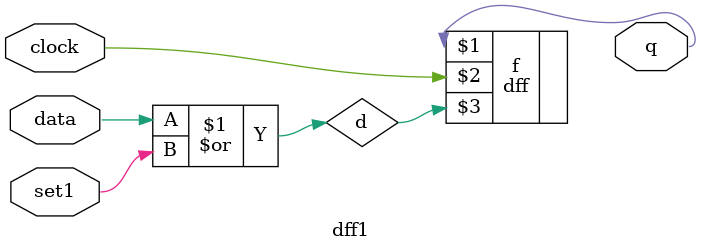
<source format=v>

module rc_count (input clk, clear_l, cin, output value, cout);

  wire d, ns;

  xor g1 (ns, value, cin);
  and g2 (d, ns, clear_l);
  and g3 (cout, cin, value);

  dff s (value, clk, d);

endmodule

// 9 bit counter
module counter512 (
output [8:0] value,
output cout, 
input clk, clear_l, inc);

  wire [7:0] co;

  rc_count c0 (clk, clear_l, inc, value[0], co[0]);
  rc_count c1 (clk, clear_l, co[0], value[1], co[1]);
  rc_count c2 (clk, clear_l, co[1], value[2], co[2]);
  rc_count c3 (clk, clear_l, co[2], value[3], co[3]);
  rc_count c4 (clk, clear_l, co[3], value[4], co[4]);
  rc_count c5 (clk, clear_l, co[4], value[5], co[5]);
  rc_count c6 (clk, clear_l, co[5], value[6], co[6]);
  rc_count c7 (clk, clear_l, co[6], value[7], co[7]);
  rc_count c8 (clk, clear_l, co[7], value[8], cout);

endmodule
/*
module fsm_bist_behavioral (



);


endmodule
*/


module fsm_bist_1h (
output shift,
output load,
output run,
output init,
output done,
input clk, bist_en, done_shifting, no_more_tests
);

  
  dff d0 (shift, clk, shift_ns);
  dff d1 (load, clk, load_ns);
  dff d2 (run, clk, run_ns);
  dff d3 (init, clk, init_ns);
 
  // assign init_ns = ~bist_en | done
  // assign load_ns = bist_en & ((init | (shift & done_shifting & ~no_more_tests))
  // assign run_ns = bist_en & load;
  // assign shift_ns = bist_en & (run | (shift & ~done_shifting));
  // assign done = bist_en & shift & no_more_tests & done_shifting;


 
endmodule


`default_nettype none
module lfsr247 (
input clk, next, init,
output [246:0] value);

  // init stuff
  wire s0_l;// set to zero, asserted low
  not g0 (s0_l, init);

  // tap stuff
  wire tapping165;
  xor g1 (tapping165, value[0], value[165]);

  // dff stuff

  dff0 d000 (value[  0], clk, value[  1], s0_l);
  dff0 d001 (value[  1], clk, value[  2], s0_l);
  dff0 d002 (value[  2], clk, value[  3], s0_l);
  dff0 d003 (value[  3], clk, value[  4], s0_l);
  dff0 d004 (value[  4], clk, value[  5], s0_l);
  dff0 d005 (value[  5], clk, value[  6], s0_l);
  dff0 d006 (value[  6], clk, value[  7], s0_l);
  dff0 d007 (value[  7], clk, value[  8], s0_l);
  dff0 d008 (value[  8], clk, value[  9], s0_l);
  dff0 d009 (value[  9], clk, value[ 10], s0_l);
  
  dff0 d010 (value[ 10], clk, value[ 11], s0_l);
  dff0 d011 (value[ 11], clk, value[ 12], s0_l);
  dff0 d012 (value[ 12], clk, value[ 13], s0_l);
  dff0 d013 (value[ 13], clk, value[ 14], s0_l);
  dff0 d014 (value[ 14], clk, value[ 15], s0_l);
  dff0 d015 (value[ 15], clk, value[ 16], s0_l);
  dff0 d016 (value[ 16], clk, value[ 17], s0_l);
  dff0 d017 (value[ 17], clk, value[ 18], s0_l);
  dff0 d018 (value[ 18], clk, value[ 19], s0_l);
  dff0 d019 (value[ 19], clk, value[ 20], s0_l);
  
  dff0 d020 (value[ 20], clk, value[ 21], s0_l);
  dff0 d021 (value[ 21], clk, value[ 22], s0_l);
  dff0 d022 (value[ 22], clk, value[ 23], s0_l);
  dff0 d023 (value[ 23], clk, value[ 24], s0_l);
  dff0 d024 (value[ 24], clk, value[ 25], s0_l);
  dff0 d025 (value[ 25], clk, value[ 26], s0_l);
  dff0 d026 (value[ 26], clk, value[ 27], s0_l);
  dff0 d027 (value[ 27], clk, value[ 28], s0_l);
  dff0 d028 (value[ 28], clk, value[ 29], s0_l);
  dff0 d029 (value[ 29], clk, value[ 30], s0_l);
  
  dff0 d030 (value[ 30], clk, value[ 31], s0_l);
  dff0 d031 (value[ 31], clk, value[ 32], s0_l);
  dff0 d032 (value[ 32], clk, value[ 33], s0_l);
  dff0 d033 (value[ 33], clk, value[ 34], s0_l);
  dff0 d034 (value[ 34], clk, value[ 35], s0_l);
  dff0 d035 (value[ 35], clk, value[ 36], s0_l);
  dff0 d036 (value[ 36], clk, value[ 37], s0_l);
  dff0 d037 (value[ 37], clk, value[ 38], s0_l);
  dff0 d038 (value[ 38], clk, value[ 39], s0_l);
  dff0 d039 (value[ 39], clk, value[ 40], s0_l);
  
  dff0 d040 (value[ 40], clk, value[ 41], s0_l);
  dff0 d041 (value[ 41], clk, value[ 42], s0_l);
  dff0 d042 (value[ 42], clk, value[ 43], s0_l);
  dff0 d043 (value[ 43], clk, value[ 44], s0_l);
  dff0 d044 (value[ 44], clk, value[ 45], s0_l);
  dff0 d045 (value[ 45], clk, value[ 46], s0_l);
  dff0 d046 (value[ 46], clk, value[ 47], s0_l);
  dff0 d047 (value[ 47], clk, value[ 48], s0_l);
  dff0 d048 (value[ 48], clk, value[ 49], s0_l);
  dff0 d049 (value[ 49], clk, value[ 50], s0_l);
  
  dff0 d050 (value[ 50], clk, value[ 51], s0_l);
  dff0 d051 (value[ 51], clk, value[ 52], s0_l);
  dff0 d052 (value[ 52], clk, value[ 53], s0_l);
  dff0 d053 (value[ 53], clk, value[ 54], s0_l);
  dff0 d054 (value[ 54], clk, value[ 55], s0_l);
  dff0 d055 (value[ 55], clk, value[ 56], s0_l);
  dff0 d056 (value[ 56], clk, value[ 57], s0_l);
  dff0 d057 (value[ 57], clk, value[ 58], s0_l);
  dff0 d058 (value[ 58], clk, value[ 59], s0_l);
  dff0 d059 (value[ 59], clk, value[ 60], s0_l);
  
  dff0 d060 (value[ 60], clk, value[ 61], s0_l);
  dff0 d061 (value[ 61], clk, value[ 62], s0_l);
  dff0 d062 (value[ 62], clk, value[ 63], s0_l);
  dff0 d063 (value[ 63], clk, value[ 64], s0_l);
  dff0 d064 (value[ 64], clk, value[ 65], s0_l);
  dff0 d065 (value[ 65], clk, value[ 66], s0_l);
  dff0 d066 (value[ 66], clk, value[ 67], s0_l);
  dff0 d067 (value[ 67], clk, value[ 68], s0_l);
  dff0 d068 (value[ 68], clk, value[ 69], s0_l);
  dff0 d069 (value[ 69], clk, value[ 70], s0_l);
  
  dff0 d070 (value[ 70], clk, value[ 71], s0_l);
  dff0 d071 (value[ 71], clk, value[ 72], s0_l);
  dff0 d072 (value[ 72], clk, value[ 73], s0_l);
  dff0 d073 (value[ 73], clk, value[ 74], s0_l);
  dff0 d074 (value[ 74], clk, value[ 75], s0_l);
  dff0 d075 (value[ 75], clk, value[ 76], s0_l);
  dff0 d076 (value[ 76], clk, value[ 77], s0_l);
  dff0 d077 (value[ 77], clk, value[ 78], s0_l);
  dff0 d078 (value[ 78], clk, value[ 79], s0_l);
  dff0 d079 (value[ 79], clk, value[ 80], s0_l);

  dff0 d080 (value[ 80], clk, value[ 81], s0_l);
  dff0 d081 (value[ 81], clk, value[ 82], s0_l);
  dff0 d082 (value[ 82], clk, value[ 83], s0_l);
  dff0 d083 (value[ 83], clk, value[ 84], s0_l);
  dff0 d084 (value[ 84], clk, value[ 85], s0_l);
  dff0 d085 (value[ 85], clk, value[ 86], s0_l);
  dff0 d086 (value[ 86], clk, value[ 87], s0_l);
  dff0 d087 (value[ 87], clk, value[ 88], s0_l);
  dff0 d088 (value[ 88], clk, value[ 89], s0_l);
  dff0 d089 (value[ 89], clk, value[ 90], s0_l);
   
  dff0 d090 (value[ 90], clk, value[ 91], s0_l);
  dff0 d091 (value[ 91], clk, value[ 92], s0_l);
  dff0 d092 (value[ 92], clk, value[ 93], s0_l);
  dff0 d093 (value[ 93], clk, value[ 94], s0_l);
  dff0 d094 (value[ 94], clk, value[ 95], s0_l);
  dff0 d095 (value[ 95], clk, value[ 96], s0_l);
  dff0 d096 (value[ 96], clk, value[ 97], s0_l);
  dff0 d097 (value[ 97], clk, value[ 98], s0_l);
  dff0 d098 (value[ 98], clk, value[ 99], s0_l);
  dff0 d099 (value[ 99], clk, value[100], s0_l);
   
 
  dff0 d100 (value[100], clk, value[101], s0_l);
  dff0 d101 (value[101], clk, value[102], s0_l);
  dff0 d102 (value[102], clk, value[103], s0_l);
  dff0 d103 (value[103], clk, value[104], s0_l);
  dff0 d104 (value[104], clk, value[105], s0_l);
  dff0 d105 (value[105], clk, value[106], s0_l);
  dff0 d106 (value[106], clk, value[107], s0_l);
  dff0 d107 (value[107], clk, value[108], s0_l);
  dff0 d108 (value[108], clk, value[109], s0_l);
  dff0 d109 (value[109], clk, value[110], s0_l);
  
  dff0 d110 (value[110], clk, value[111], s0_l);
  dff0 d111 (value[111], clk, value[112], s0_l);
  dff0 d112 (value[112], clk, value[113], s0_l);
  dff0 d113 (value[113], clk, value[114], s0_l);
  dff0 d114 (value[114], clk, value[115], s0_l);
  dff0 d115 (value[115], clk, value[116], s0_l);
  dff0 d116 (value[116], clk, value[117], s0_l);
  dff0 d117 (value[117], clk, value[118], s0_l);
  dff0 d118 (value[118], clk, value[119], s0_l);
  dff0 d119 (value[119], clk, value[120], s0_l);
  
  dff0 d120 (value[120], clk, value[121], s0_l);
  dff0 d121 (value[121], clk, value[122], s0_l);
  dff0 d122 (value[122], clk, value[123], s0_l);
  dff0 d123 (value[123], clk, value[124], s0_l);
  dff0 d124 (value[124], clk, value[125], s0_l);
  dff0 d125 (value[125], clk, value[126], s0_l);
  dff0 d126 (value[126], clk, value[127], s0_l);
  dff0 d127 (value[127], clk, value[128], s0_l);
  dff0 d128 (value[128], clk, value[129], s0_l);
  dff0 d129 (value[129], clk, value[130], s0_l);
  
  dff0 d130 (value[130], clk, value[131], s0_l);
  dff0 d131 (value[131], clk, value[132], s0_l);
  dff0 d132 (value[132], clk, value[133], s0_l);
  dff0 d133 (value[133], clk, value[134], s0_l);
  dff0 d134 (value[134], clk, value[135], s0_l);
  dff0 d135 (value[135], clk, value[136], s0_l);
  dff0 d136 (value[136], clk, value[137], s0_l);
  dff0 d137 (value[137], clk, value[138], s0_l);
  dff0 d138 (value[138], clk, value[139], s0_l);
  dff0 d139 (value[139], clk, value[140], s0_l);
  
  dff0 d140 (value[140], clk, value[141], s0_l);
  dff0 d141 (value[141], clk, value[142], s0_l);
  dff0 d142 (value[142], clk, value[143], s0_l);
  dff0 d143 (value[143], clk, value[144], s0_l);
  dff0 d144 (value[144], clk, value[145], s0_l);
  dff0 d145 (value[145], clk, value[146], s0_l);
  dff0 d146 (value[146], clk, value[147], s0_l);
  dff0 d147 (value[147], clk, value[148], s0_l);
  dff0 d148 (value[148], clk, value[149], s0_l);
  dff0 d149 (value[149], clk, value[150], s0_l);
  
  dff0 d150 (value[150], clk, value[151], s0_l);
  dff0 d151 (value[151], clk, value[152], s0_l);
  dff0 d152 (value[152], clk, value[153], s0_l);
  dff0 d153 (value[153], clk, value[154], s0_l);
  dff0 d154 (value[154], clk, value[155], s0_l);
  dff0 d155 (value[155], clk, value[156], s0_l);
  dff0 d156 (value[156], clk, value[157], s0_l);
  dff0 d157 (value[157], clk, value[158], s0_l);
  dff0 d158 (value[158], clk, value[159], s0_l);
  dff0 d159 (value[159], clk, value[160], s0_l);
  
  dff0 d160 (value[160], clk, value[161], s0_l);
  dff0 d161 (value[161], clk, value[162], s0_l);
  dff0 d162 (value[162], clk, value[163], s0_l);
  dff0 d163 (value[163], clk, value[164], s0_l);
  dff0 d164 (value[164], clk, tapping165, s0_l); // tap 165
  dff0 d165 (value[165], clk, value[166], s0_l);
  dff0 d166 (value[166], clk, value[167], s0_l);
  dff0 d167 (value[167], clk, value[168], s0_l);
  dff0 d168 (value[168], clk, value[169], s0_l);
  dff0 d169 (value[169], clk, value[170], s0_l);
  
  dff0 d170 (value[170], clk, value[171], s0_l);
  dff0 d171 (value[171], clk, value[172], s0_l);
  dff0 d172 (value[172], clk, value[173], s0_l);
  dff0 d173 (value[173], clk, value[174], s0_l);
  dff0 d174 (value[174], clk, value[175], s0_l);
  dff0 d175 (value[175], clk, value[176], s0_l);
  dff0 d176 (value[176], clk, value[177], s0_l);
  dff0 d177 (value[177], clk, value[178], s0_l);
  dff0 d178 (value[178], clk, value[179], s0_l);
  dff0 d179 (value[179], clk, value[180], s0_l);

  dff0 d180 (value[180], clk, value[181], s0_l);
  dff0 d181 (value[181], clk, value[182], s0_l);
  dff0 d182 (value[182], clk, value[183], s0_l);
  dff0 d183 (value[183], clk, value[184], s0_l);
  dff0 d184 (value[184], clk, value[185], s0_l);
  dff0 d185 (value[185], clk, value[186], s0_l);
  dff0 d186 (value[186], clk, value[187], s0_l);
  dff0 d187 (value[187], clk, value[188], s0_l);
  dff0 d188 (value[188], clk, value[189], s0_l);
  dff0 d189 (value[189], clk, value[190], s0_l);
   
  dff0 d190 (value[190], clk, value[191], s0_l);
  dff0 d191 (value[191], clk, value[192], s0_l);
  dff0 d192 (value[192], clk, value[193], s0_l);
  dff0 d193 (value[193], clk, value[194], s0_l);
  dff0 d194 (value[194], clk, value[195], s0_l);
  dff0 d195 (value[195], clk, value[196], s0_l);
  dff0 d196 (value[196], clk, value[197], s0_l);
  dff0 d197 (value[197], clk, value[198], s0_l);
  dff0 d198 (value[198], clk, value[199], s0_l);
  dff0 d199 (value[199], clk, value[200], s0_l);
   
   
  dff0 d200 (value[200], clk, value[201], s0_l);
  dff0 d201 (value[201], clk, value[202], s0_l);
  dff0 d202 (value[202], clk, value[203], s0_l);
  dff0 d203 (value[203], clk, value[204], s0_l);
  dff0 d204 (value[204], clk, value[205], s0_l);
  dff0 d205 (value[205], clk, value[206], s0_l);
  dff0 d206 (value[206], clk, value[207], s0_l);
  dff0 d207 (value[207], clk, value[208], s0_l);
  dff0 d208 (value[208], clk, value[209], s0_l);
  dff0 d209 (value[209], clk, value[210], s0_l);
  
  dff0 d210 (value[210], clk, value[211], s0_l);
  dff0 d211 (value[211], clk, value[212], s0_l);
  dff0 d212 (value[212], clk, value[213], s0_l);
  dff0 d213 (value[213], clk, value[214], s0_l);
  dff0 d214 (value[214], clk, value[215], s0_l);
  dff0 d215 (value[215], clk, value[216], s0_l);
  dff0 d216 (value[216], clk, value[217], s0_l);
  dff0 d217 (value[217], clk, value[218], s0_l);
  dff0 d218 (value[218], clk, value[219], s0_l);
  dff0 d219 (value[219], clk, value[220], s0_l);
  
  dff0 d220 (value[220], clk, value[221], s0_l);
  dff0 d221 (value[221], clk, value[222], s0_l);
  dff0 d222 (value[222], clk, value[223], s0_l);
  dff0 d223 (value[223], clk, value[224], s0_l);
  dff0 d224 (value[224], clk, value[225], s0_l);
  dff0 d225 (value[225], clk, value[226], s0_l);
  dff0 d226 (value[226], clk, value[227], s0_l);
  dff0 d227 (value[227], clk, value[228], s0_l);
  dff0 d228 (value[228], clk, value[229], s0_l);
  dff0 d229 (value[229], clk, value[230], s0_l);
  
  dff0 d230 (value[230], clk, value[231], s0_l);
  dff0 d231 (value[231], clk, value[232], s0_l);
  dff0 d232 (value[232], clk, value[233], s0_l);
  dff0 d233 (value[233], clk, value[234], s0_l);
  dff0 d234 (value[234], clk, value[235], s0_l);
  dff0 d235 (value[235], clk, value[236], s0_l);
  dff0 d236 (value[236], clk, value[237], s0_l);
  dff0 d237 (value[237], clk, value[238], s0_l);
  dff0 d238 (value[238], clk, value[239], s0_l);
  dff0 d239 (value[239], clk, value[240], s0_l);
  
  dff0 d240 (value[240], clk, value[241], s0_l);
  dff0 d241 (value[241], clk, value[242], s0_l);
  dff0 d242 (value[242], clk, value[243], s0_l);
  dff0 d243 (value[243], clk, value[244], s0_l);
  dff0 d244 (value[244], clk, value[245], s0_l);
  dff0 d245 (value[245], clk, value[246], s0_l);
  dff1 d246 (value[246], clk, value[  0], init); // tap 247 (tapping 0)
 
   
endmodule
`default_nettype wire
// cost 1.2
module dff0 (output q, input clock, data, set0_l);
  
  wire d;

  and (d, data, set0_l);
  dff f (q, clock, d);

endmodule

// cost 1.2
module dff1 (output q, input clock, data, set1);
  
  wire d;

  or (d, data, set1);
  dff f (q, clock, d);

endmodule

</source>
